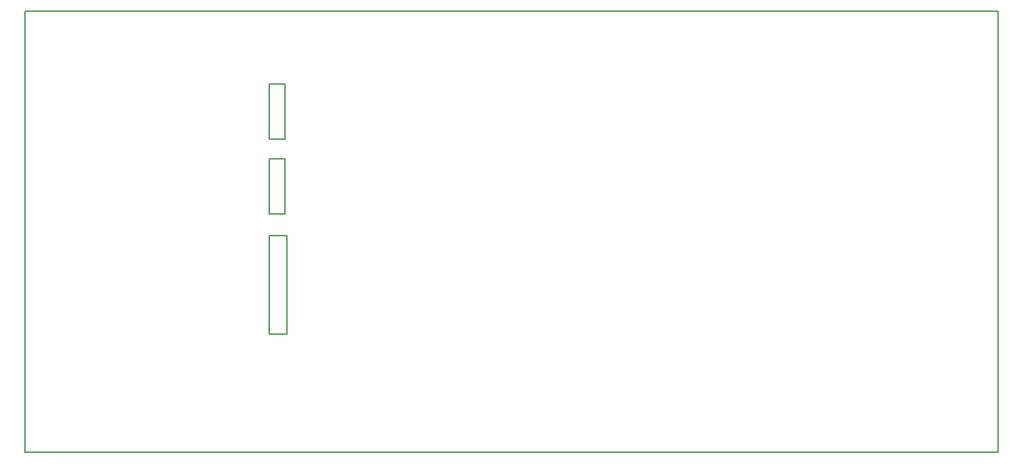
<source format=gbr>
G04 #@! TF.FileFunction,Profile,NP*
%FSLAX46Y46*%
G04 Gerber Fmt 4.6, Leading zero omitted, Abs format (unit mm)*
G04 Created by KiCad (PCBNEW 4.0.7) date 10/24/17 18:43:56*
%MOMM*%
%LPD*%
G01*
G04 APERTURE LIST*
%ADD10C,0.100000*%
%ADD11C,0.150000*%
G04 APERTURE END LIST*
D10*
D11*
X119888000Y-86614000D02*
X117856000Y-86614000D01*
X119888000Y-79502000D02*
X119888000Y-86614000D01*
X117856000Y-79502000D02*
X119888000Y-79502000D01*
X117856000Y-86614000D02*
X117856000Y-79502000D01*
X119888000Y-96266000D02*
X117856000Y-96266000D01*
X119888000Y-89154000D02*
X119888000Y-96266000D01*
X117856000Y-89154000D02*
X119888000Y-89154000D01*
X117856000Y-96266000D02*
X117856000Y-89154000D01*
X120142000Y-111760000D02*
X117856000Y-111760000D01*
X120142000Y-99060000D02*
X120142000Y-111760000D01*
X117856000Y-99060000D02*
X120142000Y-99060000D01*
X117856000Y-111760000D02*
X117856000Y-99060000D01*
X86360000Y-70104000D02*
X211836000Y-70104000D01*
X211836000Y-127000000D02*
X211836000Y-70104000D01*
X86360000Y-127000000D02*
X211836000Y-127000000D01*
X86360000Y-70104000D02*
X86360000Y-127000000D01*
M02*

</source>
